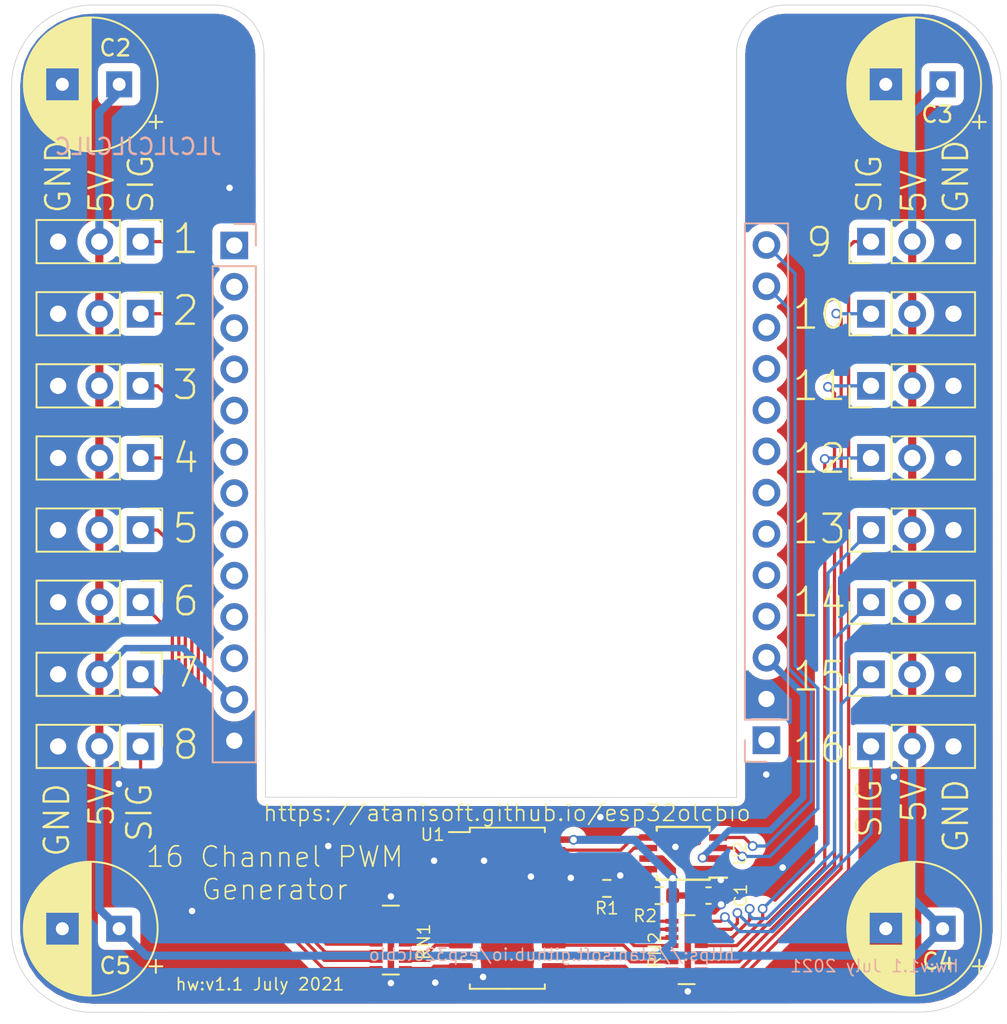
<source format=kicad_pcb>
(kicad_pcb (version 20171130) (host pcbnew 5.1.10)
  (title_block (title "ESP32OlcbIO BOD Extension Board") (date 2020-12-26) (rev 1.0))
  (layers (0 F.Cu signal) (31 B.Cu signal) (34 B.Paste user) (35 F.Paste user) (36 B.SilkS user) (37 F.SilkS user) (38 B.Mask user) (39 F.Mask user) (44 Edge.Cuts user))
  (net 0 "")
  (net 1 GND)
  (net 2 VCC)
  (net 3 +5V)
  (net 4 USER)
  (net 5 +3V3)
  (net 6 IO8)
  (net 7 IO7)
  (net 8 IO6)
  (net 9 IO5)
  (net 10 IO4)
  (net 11 IO3)
  (net 12 IO2)
  (net 13 IO1)
  (net 14 IO16)
  (net 15 IO15)
  (net 16 IO14)
  (net 17 IO13)
  (net 18 IO12)
  (net 19 IO11)
  (net 20 IO10)
  (net 21 IO9)
  (net 22 I2C_SDA)
  (net 23 I2C_SCL)
  (net 24 FACTORY_RESET)
  (net 25 RESET)
  (net 26 PWM-1)
  (net 27 PWM-5)
  (net 28 PWM-9)
  (net 29 PWM-13)
  (net 30 PWM-2)
  (net 31 PWM-6)
  (net 32 PWM-10)
  (net 33 PWM-14)
  (net 34 PWM-3)
  (net 35 PWM-7)
  (net 36 PWM-11)
  (net 37 PWM-15)
  (net 38 PWM-4)
  (net 39 PWM-8)
  (net 40 PWM-12)
  (net 41 PWM-16)
  (net 42 "Net-(R1-Pad1)")
  (net 43 "Net-(R2-Pad2)")
  (net 44 "Net-(RN2-Pad2)")
  (net 45 "Net-(RN2-Pad1)")
  (net 46 "Net-(RN2-Pad8)")
  (net 47 "Net-(RN2-Pad7)")
  (net 48 "Net-(RN2-Pad6)")
  (net 49 "Net-(RN2-Pad3)")
  (net 50 "Net-(RN2-Pad5)")
  (net 51 "Net-(RN2-Pad4)")
  (net 52 5V_I2C_SDA)
  (net 53 5V_I2C_SCL)
  (net 54 "Net-(RN1-Pad10)")
  (net 55 "Net-(RN1-Pad9)")
  (net 56 "Net-(RN1-Pad16)")
  (net 57 "Net-(RN1-Pad15)")
  (net 58 "Net-(RN1-Pad14)")
  (net 59 "Net-(RN1-Pad11)")
  (net 60 "Net-(RN1-Pad12)")
  (net 61 "Net-(RN1-Pad13)")
  (module Capacitor_THT:CP_Radial_D8.0mm_P3.50mm (layer F.Cu) (at 113.31 105.11 180)
    (fp_text reference C5 (at 0.24 -2.28) (layer F.SilkS))
    (fp_text value DNP)
    (pad 2 thru_hole circle (at 3.5 0 180) (size 1.6 1.6) (drill 0.8) (layers *.Cu *.Mask) (net 1 GND))
    (pad 1 thru_hole rect (at 0 0 180) (size 1.6 1.6) (drill 0.8) (layers *.Cu *.Mask) (net 3 +5V))
  )
  (module Capacitor_THT:CP_Radial_D8.0mm_P3.50mm (layer F.Cu) (at 113.31 53.14 180)
    (fp_text reference C2 (at 0.24 2.24) (layer F.SilkS))
    (fp_text value DNP)
    (pad 2 thru_hole circle (at 3.5 0 180) (size 1.6 1.6) (drill 0.8) (layers *.Cu *.Mask) (net 1 GND))
    (pad 1 thru_hole rect (at 0 0 180) (size 1.6 1.6) (drill 0.8) (layers *.Cu *.Mask) (net 3 +5V))
  )
  (module Capacitor_THT:CP_Radial_D8.0mm_P3.50mm (layer F.Cu) (at 164.03 105.11 180)
    (fp_text reference C4 (at 0.28 -2.01) (layer F.SilkS))
    (fp_text value DNP)
    (pad 2 thru_hole circle (at 3.5 0 180) (size 1.6 1.6) (drill 0.8) (layers *.Cu *.Mask) (net 1 GND))
    (pad 1 thru_hole rect (at 0 0 180) (size 1.6 1.6) (drill 0.8) (layers *.Cu *.Mask) (net 3 +5V))
  )
  (module Capacitor_THT:CP_Radial_D8.0mm_P3.50mm (layer F.Cu) (at 164.03 53.14 180)
    (fp_text reference C3 (at 0.33 -1.85) (layer F.SilkS))
    (fp_text value DNP)
    (pad 2 thru_hole circle (at 3.5 0 180) (size 1.6 1.6) (drill 0.8) (layers *.Cu *.Mask) (net 1 GND))
    (pad 1 thru_hole rect (at 0 0 180) (size 1.6 1.6) (drill 0.8) (layers *.Cu *.Mask) (net 3 +5V))
  )
  (module Resistor_SMD:R_Array_Convex_8x0602 (layer F.Cu) (at 148.26 106.4)
    (fp_text reference RN2 (at -1.956 0.026 90) (layer F.SilkS) (effects (font (size 0.75 0.75) (thickness 0.1))))
    (fp_text value 220R)
    (pad 10 smd rect (at 0.9 1.25) (size 0.8 0.3) (layers F.Cu F.Paste F.Mask) (net 32 PWM-10))
    (pad 12 smd rect (at 0.9 0.25) (size 0.8 0.3) (layers F.Cu F.Paste F.Mask) (net 40 PWM-12))
    (pad 11 smd rect (at 0.9 0.75) (size 0.8 0.3) (layers F.Cu F.Paste F.Mask) (net 36 PWM-11))
    (pad 13 smd rect (at 0.9 -0.25) (size 0.8 0.3) (layers F.Cu F.Paste F.Mask) (net 29 PWM-13))
    (pad 14 smd rect (at 0.9 -0.75) (size 0.8 0.3) (layers F.Cu F.Paste F.Mask) (net 33 PWM-14))
    (pad 15 smd rect (at 0.9 -1.25) (size 0.8 0.3) (layers F.Cu F.Paste F.Mask) (net 37 PWM-15))
    (pad 7 smd rect (at -0.9 1.25) (size 0.8 0.3) (layers F.Cu F.Paste F.Mask) (net 47 "Net-(RN2-Pad7)"))
    (pad 6 smd rect (at -0.9 0.75) (size 0.8 0.3) (layers F.Cu F.Paste F.Mask) (net 48 "Net-(RN2-Pad6)"))
    (pad 5 smd rect (at -0.9 0.25) (size 0.8 0.3) (layers F.Cu F.Paste F.Mask) (net 50 "Net-(RN2-Pad5)"))
    (pad 4 smd rect (at -0.9 -0.25) (size 0.8 0.3) (layers F.Cu F.Paste F.Mask) (net 51 "Net-(RN2-Pad4)"))
    (pad 3 smd rect (at -0.9 -0.75) (size 0.8 0.3) (layers F.Cu F.Paste F.Mask) (net 49 "Net-(RN2-Pad3)"))
    (pad 2 smd rect (at -0.9 -1.25) (size 0.8 0.3) (layers F.Cu F.Paste F.Mask) (net 44 "Net-(RN2-Pad2)"))
    (pad 9 smd rect (at 0.9 1.75) (size 0.8 0.3) (layers F.Cu F.Paste F.Mask) (net 28 PWM-9))
    (pad 8 smd rect (at -0.9 1.75) (size 0.8 0.3) (layers F.Cu F.Paste F.Mask) (net 46 "Net-(RN2-Pad8)"))
    (pad 16 smd rect (at 0.9 -1.75) (size 0.8 0.3) (layers F.Cu F.Paste F.Mask) (net 41 PWM-16))
    (pad 1 smd rect (at -0.9 -1.75) (size 0.8 0.3) (layers F.Cu F.Paste F.Mask) (net 45 "Net-(RN2-Pad1)"))
  )
  (module Resistor_SMD:R_Array_Convex_8x0602 (layer F.Cu) (at 130.04 105.81)
    (fp_text reference RN1 (at 2.04 0.108 90) (layer F.SilkS) (effects (font (size 0.75 0.75) (thickness 0.1))))
    (fp_text value 220R)
    (pad 10 smd rect (at 0.9 1.25) (size 0.8 0.3) (layers F.Cu F.Paste F.Mask) (net 54 "Net-(RN1-Pad10)"))
    (pad 12 smd rect (at 0.9 0.25) (size 0.8 0.3) (layers F.Cu F.Paste F.Mask) (net 60 "Net-(RN1-Pad12)"))
    (pad 11 smd rect (at 0.9 0.75) (size 0.8 0.3) (layers F.Cu F.Paste F.Mask) (net 59 "Net-(RN1-Pad11)"))
    (pad 13 smd rect (at 0.9 -0.25) (size 0.8 0.3) (layers F.Cu F.Paste F.Mask) (net 61 "Net-(RN1-Pad13)"))
    (pad 14 smd rect (at 0.9 -0.75) (size 0.8 0.3) (layers F.Cu F.Paste F.Mask) (net 58 "Net-(RN1-Pad14)"))
    (pad 15 smd rect (at 0.9 -1.25) (size 0.8 0.3) (layers F.Cu F.Paste F.Mask) (net 57 "Net-(RN1-Pad15)"))
    (pad 7 smd rect (at -0.9 1.25) (size 0.8 0.3) (layers F.Cu F.Paste F.Mask) (net 35 PWM-7))
    (pad 6 smd rect (at -0.9 0.75) (size 0.8 0.3) (layers F.Cu F.Paste F.Mask) (net 31 PWM-6))
    (pad 5 smd rect (at -0.9 0.25) (size 0.8 0.3) (layers F.Cu F.Paste F.Mask) (net 27 PWM-5))
    (pad 4 smd rect (at -0.9 -0.25) (size 0.8 0.3) (layers F.Cu F.Paste F.Mask) (net 38 PWM-4))
    (pad 3 smd rect (at -0.9 -0.75) (size 0.8 0.3) (layers F.Cu F.Paste F.Mask) (net 34 PWM-3))
    (pad 2 smd rect (at -0.9 -1.25) (size 0.8 0.3) (layers F.Cu F.Paste F.Mask) (net 30 PWM-2))
    (pad 9 smd rect (at 0.9 1.75) (size 0.8 0.3) (layers F.Cu F.Paste F.Mask) (net 55 "Net-(RN1-Pad9)"))
    (pad 8 smd rect (at -0.9 1.75) (size 0.8 0.3) (layers F.Cu F.Paste F.Mask) (net 39 PWM-8))
    (pad 16 smd rect (at 0.9 -1.75) (size 0.8 0.3) (layers F.Cu F.Paste F.Mask) (net 56 "Net-(RN1-Pad16)"))
    (pad 1 smd rect (at -0.9 -1.75) (size 0.8 0.3) (layers F.Cu F.Paste F.Mask) (net 26 PWM-1))
  )
  (module Package_SO:TSSOP-8_3x3mm_P0.65mm (layer F.Cu) (at 148.05 100.47 180)
    (fp_text reference U2 (at -3.52 0 270) (layer F.SilkS) (effects (font (size 0.75 0.75) (thickness 0.1))))
    (fp_text value PCA9306)
    (pad 8 smd rect (at 2.15 -0.975 180) (size 1.1 0.4) (layers F.Cu F.Paste F.Mask) (net 43 "Net-(R2-Pad2)"))
    (pad 7 smd rect (at 2.15 -0.325 180) (size 1.1 0.4) (layers F.Cu F.Paste F.Mask) (net 3 +5V))
    (pad 6 smd rect (at 2.15 0.325 180) (size 1.1 0.4) (layers F.Cu F.Paste F.Mask) (net 53 5V_I2C_SCL))
    (pad 5 smd rect (at 2.15 0.975 180) (size 1.1 0.4) (layers F.Cu F.Paste F.Mask) (net 52 5V_I2C_SDA))
    (pad 4 smd rect (at -2.15 0.975 180) (size 1.1 0.4) (layers F.Cu F.Paste F.Mask) (net 22 I2C_SDA))
    (pad 3 smd rect (at -2.15 0.325 180) (size 1.1 0.4) (layers F.Cu F.Paste F.Mask) (net 23 I2C_SCL))
    (pad 2 smd rect (at -2.15 -0.325 180) (size 1.1 0.4) (layers F.Cu F.Paste F.Mask) (net 5 +3V3))
    (pad 1 smd rect (at -2.15 -0.975 180) (size 1.1 0.4) (layers F.Cu F.Paste F.Mask) (net 1 GND))
  )
  (module Package_SO:TSSOP-28_4.4x9.7mm_P0.65mm (layer F.Cu) (at 137.22 103.85)
    (fp_text reference U1 (at -4.6 -4.53) (layer F.SilkS) (effects (font (size 0.75 0.75) (thickness 0.1))))
    (fp_text value PCA9685PW)
    (pad 28 smd roundrect (at 2.8625 -4.225) (size 1.475 0.4) (layers F.Cu F.Paste F.Mask) (net 3 +5V))
    (pad 27 smd roundrect (at 2.8625 -3.575) (size 1.475 0.4) (layers F.Cu F.Paste F.Mask) (net 52 5V_I2C_SDA))
    (pad 26 smd roundrect (at 2.8625 -2.925) (size 1.475 0.4) (layers F.Cu F.Paste F.Mask) (net 53 5V_I2C_SCL))
    (pad 25 smd roundrect (at 2.8625 -2.275) (size 1.475 0.4) (layers F.Cu F.Paste F.Mask) (net 1 GND))
    (pad 24 smd roundrect (at 2.8625 -1.625) (size 1.475 0.4) (layers F.Cu F.Paste F.Mask) (net 1 GND))
    (pad 23 smd roundrect (at 2.8625 -0.975) (size 1.475 0.4) (layers F.Cu F.Paste F.Mask) (net 42 "Net-(R1-Pad1)"))
    (pad 22 smd roundrect (at 2.8625 -0.325) (size 1.475 0.4) (layers F.Cu F.Paste F.Mask) (net 45 "Net-(RN2-Pad1)"))
    (pad 21 smd roundrect (at 2.8625 0.325) (size 1.475 0.4) (layers F.Cu F.Paste F.Mask) (net 44 "Net-(RN2-Pad2)"))
    (pad 20 smd roundrect (at 2.8625 0.975) (size 1.475 0.4) (layers F.Cu F.Paste F.Mask) (net 49 "Net-(RN2-Pad3)"))
    (pad 19 smd roundrect (at 2.8625 1.625) (size 1.475 0.4) (layers F.Cu F.Paste F.Mask) (net 51 "Net-(RN2-Pad4)"))
    (pad 18 smd roundrect (at 2.8625 2.275) (size 1.475 0.4) (layers F.Cu F.Paste F.Mask) (net 50 "Net-(RN2-Pad5)"))
    (pad 17 smd roundrect (at 2.8625 2.925) (size 1.475 0.4) (layers F.Cu F.Paste F.Mask) (net 48 "Net-(RN2-Pad6)"))
    (pad 16 smd roundrect (at 2.8625 3.575) (size 1.475 0.4) (layers F.Cu F.Paste F.Mask) (net 47 "Net-(RN2-Pad7)"))
    (pad 15 smd roundrect (at 2.8625 4.225) (size 1.475 0.4) (layers F.Cu F.Paste F.Mask) (net 46 "Net-(RN2-Pad8)"))
    (pad 14 smd roundrect (at -2.8625 4.225) (size 1.475 0.4) (layers F.Cu F.Paste F.Mask) (net 1 GND))
    (pad 13 smd roundrect (at -2.8625 3.575) (size 1.475 0.4) (layers F.Cu F.Paste F.Mask) (net 55 "Net-(RN1-Pad9)"))
    (pad 12 smd roundrect (at -2.8625 2.925) (size 1.475 0.4) (layers F.Cu F.Paste F.Mask) (net 54 "Net-(RN1-Pad10)"))
    (pad 11 smd roundrect (at -2.8625 2.275) (size 1.475 0.4) (layers F.Cu F.Paste F.Mask) (net 59 "Net-(RN1-Pad11)"))
    (pad 10 smd roundrect (at -2.8625 1.625) (size 1.475 0.4) (layers F.Cu F.Paste F.Mask) (net 60 "Net-(RN1-Pad12)"))
    (pad 9 smd roundrect (at -2.8625 0.975) (size 1.475 0.4) (layers F.Cu F.Paste F.Mask) (net 61 "Net-(RN1-Pad13)"))
    (pad 8 smd roundrect (at -2.8625 0.325) (size 1.475 0.4) (layers F.Cu F.Paste F.Mask) (net 58 "Net-(RN1-Pad14)"))
    (pad 7 smd roundrect (at -2.8625 -0.325) (size 1.475 0.4) (layers F.Cu F.Paste F.Mask) (net 57 "Net-(RN1-Pad15)"))
    (pad 6 smd roundrect (at -2.8625 -0.975) (size 1.475 0.4) (layers F.Cu F.Paste F.Mask) (net 56 "Net-(RN1-Pad16)"))
    (pad 5 smd roundrect (at -2.8625 -1.625) (size 1.475 0.4) (layers F.Cu F.Paste F.Mask) (net 1 GND))
    (pad 4 smd roundrect (at -2.8625 -2.275) (size 1.475 0.4) (layers F.Cu F.Paste F.Mask) (net 1 GND))
    (pad 3 smd roundrect (at -2.8625 -2.925) (size 1.475 0.4) (layers F.Cu F.Paste F.Mask) (net 1 GND))
    (pad 2 smd roundrect (at -2.8625 -3.575) (size 1.475 0.4) (layers F.Cu F.Paste F.Mask) (net 1 GND))
    (pad 1 smd roundrect (at -2.8625 -4.225) (size 1.475 0.4) (layers F.Cu F.Paste F.Mask) (net 1 GND))
  )
  (module Resistor_SMD:R_0603_1608Metric (layer F.Cu) (at 146.58 103.07 180)
    (fp_text reference R2 (at 0.87 -1.25) (layer F.SilkS) (effects (font (size 0.75 0.75) (thickness 0.1))))
    (fp_text value 200K)
    (pad 2 smd roundrect (at 0.825 0 180) (size 0.8 0.95) (layers F.Cu F.Paste F.Mask) (net 43 "Net-(R2-Pad2)"))
    (pad 1 smd roundrect (at -0.825 0 180) (size 0.8 0.95) (layers F.Cu F.Paste F.Mask) (net 3 +5V))
  )
  (module Resistor_SMD:R_0603_1608Metric (layer F.Cu) (at 143.35 102.63)
    (fp_text reference R1 (at 0 1.22 180) (layer F.SilkS) (effects (font (size 0.75 0.75) (thickness 0.1))))
    (fp_text value 10K)
    (pad 2 smd roundrect (at 0.825 0) (size 0.8 0.95) (layers F.Cu F.Paste F.Mask) (net 1 GND))
    (pad 1 smd roundrect (at -0.825 0) (size 0.8 0.95) (layers F.Cu F.Paste F.Mask) (net 42 "Net-(R1-Pad1)"))
  )
  (module Connector_PinHeader_2.54mm:PinHeader_1x03_P2.54mm_Vertical (layer F.Cu) (at 159.62 93.89 90)
    (fp_text reference J16 hide)
    (fp_text value PWM)
    (pad 3 thru_hole oval (at 0 5.08 90) (size 1.7 1.7) (drill 1) (layers *.Cu *.Mask) (net 1 GND))
    (pad 2 thru_hole oval (at 0 2.54 90) (size 1.7 1.7) (drill 1) (layers *.Cu *.Mask) (net 3 +5V))
    (pad 1 thru_hole rect (at 0 0 90) (size 1.7 1.7) (drill 1) (layers *.Cu *.Mask) (net 41 PWM-16))
  )
  (module Connector_PinHeader_2.54mm:PinHeader_1x03_P2.54mm_Vertical (layer F.Cu) (at 159.62 76.135713 90)
    (fp_text reference J15 hide)
    (fp_text value PWM)
    (pad 3 thru_hole oval (at 0 5.08 90) (size 1.7 1.7) (drill 1) (layers *.Cu *.Mask) (net 1 GND))
    (pad 2 thru_hole oval (at 0 2.54 90) (size 1.7 1.7) (drill 1) (layers *.Cu *.Mask) (net 3 +5V))
    (pad 1 thru_hole rect (at 0 0 90) (size 1.7 1.7) (drill 1) (layers *.Cu *.Mask) (net 40 PWM-12))
  )
  (module Connector_PinHeader_2.54mm:PinHeader_1x03_P2.54mm_Vertical (layer F.Cu) (at 114.63 93.89 270)
    (fp_text reference J14 hide)
    (fp_text value PWM)
    (pad 3 thru_hole oval (at 0 5.08 270) (size 1.7 1.7) (drill 1) (layers *.Cu *.Mask) (net 1 GND))
    (pad 2 thru_hole oval (at 0 2.54 270) (size 1.7 1.7) (drill 1) (layers *.Cu *.Mask) (net 3 +5V))
    (pad 1 thru_hole rect (at 0 0 270) (size 1.7 1.7) (drill 1) (layers *.Cu *.Mask) (net 39 PWM-8))
  )
  (module Connector_PinHeader_2.54mm:PinHeader_1x03_P2.54mm_Vertical (layer F.Cu) (at 114.63 76.135713 270)
    (fp_text reference J13 hide)
    (fp_text value PWM)
    (pad 3 thru_hole oval (at 0 5.08 270) (size 1.7 1.7) (drill 1) (layers *.Cu *.Mask) (net 1 GND))
    (pad 2 thru_hole oval (at 0 2.54 270) (size 1.7 1.7) (drill 1) (layers *.Cu *.Mask) (net 3 +5V))
    (pad 1 thru_hole rect (at 0 0 270) (size 1.7 1.7) (drill 1) (layers *.Cu *.Mask) (net 38 PWM-4))
  )
  (module Connector_PinHeader_2.54mm:PinHeader_1x03_P2.54mm_Vertical (layer F.Cu) (at 159.62 89.451426 90)
    (fp_text reference J12 hide)
    (fp_text value PWM)
    (pad 3 thru_hole oval (at 0 5.08 90) (size 1.7 1.7) (drill 1) (layers *.Cu *.Mask) (net 1 GND))
    (pad 2 thru_hole oval (at 0 2.54 90) (size 1.7 1.7) (drill 1) (layers *.Cu *.Mask) (net 3 +5V))
    (pad 1 thru_hole rect (at 0 0 90) (size 1.7 1.7) (drill 1) (layers *.Cu *.Mask) (net 37 PWM-15))
  )
  (module Connector_PinHeader_2.54mm:PinHeader_1x03_P2.54mm_Vertical (layer F.Cu) (at 159.62 71.697142 90)
    (fp_text reference J11 hide)
    (fp_text value PWM)
    (pad 3 thru_hole oval (at 0 5.08 90) (size 1.7 1.7) (drill 1) (layers *.Cu *.Mask) (net 1 GND))
    (pad 2 thru_hole oval (at 0 2.54 90) (size 1.7 1.7) (drill 1) (layers *.Cu *.Mask) (net 3 +5V))
    (pad 1 thru_hole rect (at 0 0 90) (size 1.7 1.7) (drill 1) (layers *.Cu *.Mask) (net 36 PWM-11))
  )
  (module Connector_PinHeader_2.54mm:PinHeader_1x03_P2.54mm_Vertical (layer F.Cu) (at 114.63 89.451426 270)
    (fp_text reference J10 hide)
    (fp_text value PWM)
    (pad 3 thru_hole oval (at 0 5.08 270) (size 1.7 1.7) (drill 1) (layers *.Cu *.Mask) (net 1 GND))
    (pad 2 thru_hole oval (at 0 2.54 270) (size 1.7 1.7) (drill 1) (layers *.Cu *.Mask) (net 3 +5V))
    (pad 1 thru_hole rect (at 0 0 270) (size 1.7 1.7) (drill 1) (layers *.Cu *.Mask) (net 35 PWM-7))
  )
  (module Connector_PinHeader_2.54mm:PinHeader_1x03_P2.54mm_Vertical (layer F.Cu) (at 114.63 71.697142 270)
    (fp_text reference J9 hide)
    (fp_text value PWM)
    (pad 3 thru_hole oval (at 0 5.08 270) (size 1.7 1.7) (drill 1) (layers *.Cu *.Mask) (net 1 GND))
    (pad 2 thru_hole oval (at 0 2.54 270) (size 1.7 1.7) (drill 1) (layers *.Cu *.Mask) (net 3 +5V))
    (pad 1 thru_hole rect (at 0 0 270) (size 1.7 1.7) (drill 1) (layers *.Cu *.Mask) (net 34 PWM-3))
  )
  (module Connector_PinHeader_2.54mm:PinHeader_1x03_P2.54mm_Vertical (layer F.Cu) (at 159.62 85.012855 90)
    (fp_text reference J8 hide)
    (fp_text value PWM)
    (pad 3 thru_hole oval (at 0 5.08 90) (size 1.7 1.7) (drill 1) (layers *.Cu *.Mask) (net 1 GND))
    (pad 2 thru_hole oval (at 0 2.54 90) (size 1.7 1.7) (drill 1) (layers *.Cu *.Mask) (net 3 +5V))
    (pad 1 thru_hole rect (at 0 0 90) (size 1.7 1.7) (drill 1) (layers *.Cu *.Mask) (net 33 PWM-14))
  )
  (module Connector_PinHeader_2.54mm:PinHeader_1x03_P2.54mm_Vertical (layer F.Cu) (at 159.62 67.258571 90)
    (fp_text reference J7 hide)
    (fp_text value PWM)
    (pad 3 thru_hole oval (at 0 5.08 90) (size 1.7 1.7) (drill 1) (layers *.Cu *.Mask) (net 1 GND))
    (pad 2 thru_hole oval (at 0 2.54 90) (size 1.7 1.7) (drill 1) (layers *.Cu *.Mask) (net 3 +5V))
    (pad 1 thru_hole rect (at 0 0 90) (size 1.7 1.7) (drill 1) (layers *.Cu *.Mask) (net 32 PWM-10))
  )
  (module Connector_PinHeader_2.54mm:PinHeader_1x03_P2.54mm_Vertical (layer F.Cu) (at 114.63 85.012855 270)
    (fp_text reference J6 hide)
    (fp_text value PWM)
    (pad 3 thru_hole oval (at 0 5.08 270) (size 1.7 1.7) (drill 1) (layers *.Cu *.Mask) (net 1 GND))
    (pad 2 thru_hole oval (at 0 2.54 270) (size 1.7 1.7) (drill 1) (layers *.Cu *.Mask) (net 3 +5V))
    (pad 1 thru_hole rect (at 0 0 270) (size 1.7 1.7) (drill 1) (layers *.Cu *.Mask) (net 31 PWM-6))
  )
  (module Connector_PinHeader_2.54mm:PinHeader_1x03_P2.54mm_Vertical (layer F.Cu) (at 114.63 67.258571 270)
    (fp_text reference J5 hide)
    (fp_text value PWM)
    (pad 3 thru_hole oval (at 0 5.08 270) (size 1.7 1.7) (drill 1) (layers *.Cu *.Mask) (net 1 GND))
    (pad 2 thru_hole oval (at 0 2.54 270) (size 1.7 1.7) (drill 1) (layers *.Cu *.Mask) (net 3 +5V))
    (pad 1 thru_hole rect (at 0 0 270) (size 1.7 1.7) (drill 1) (layers *.Cu *.Mask) (net 30 PWM-2))
  )
  (module Connector_PinHeader_2.54mm:PinHeader_1x03_P2.54mm_Vertical (layer F.Cu) (at 159.62 80.574284 90)
    (fp_text reference J4 hide)
    (fp_text value PWM)
    (pad 3 thru_hole oval (at 0 5.08 90) (size 1.7 1.7) (drill 1) (layers *.Cu *.Mask) (net 1 GND))
    (pad 2 thru_hole oval (at 0 2.54 90) (size 1.7 1.7) (drill 1) (layers *.Cu *.Mask) (net 3 +5V))
    (pad 1 thru_hole rect (at 0 0 90) (size 1.7 1.7) (drill 1) (layers *.Cu *.Mask) (net 29 PWM-13))
  )
  (module Connector_PinHeader_2.54mm:PinHeader_1x03_P2.54mm_Vertical (layer F.Cu) (at 159.62 62.82 90)
    (fp_text reference J3 hide)
    (fp_text value PWM)
    (pad 3 thru_hole oval (at 0 5.08 90) (size 1.7 1.7) (drill 1) (layers *.Cu *.Mask) (net 1 GND))
    (pad 2 thru_hole oval (at 0 2.54 90) (size 1.7 1.7) (drill 1) (layers *.Cu *.Mask) (net 3 +5V))
    (pad 1 thru_hole rect (at 0 0 90) (size 1.7 1.7) (drill 1) (layers *.Cu *.Mask) (net 28 PWM-9))
  )
  (module Connector_PinHeader_2.54mm:PinHeader_1x03_P2.54mm_Vertical (layer F.Cu) (at 114.63 80.574284 270)
    (fp_text reference J2 hide)
    (fp_text value PWM)
    (pad 3 thru_hole oval (at 0 5.08 270) (size 1.7 1.7) (drill 1) (layers *.Cu *.Mask) (net 1 GND))
    (pad 2 thru_hole oval (at 0 2.54 270) (size 1.7 1.7) (drill 1) (layers *.Cu *.Mask) (net 3 +5V))
    (pad 1 thru_hole rect (at 0 0 270) (size 1.7 1.7) (drill 1) (layers *.Cu *.Mask) (net 27 PWM-5))
  )
  (module Connector_PinHeader_2.54mm:PinHeader_1x03_P2.54mm_Vertical (layer F.Cu) (at 114.63 62.82 270)
    (fp_text reference J1 hide)
    (fp_text value PWM)
    (pad 3 thru_hole oval (at 0 5.08 270) (size 1.7 1.7) (drill 1) (layers *.Cu *.Mask) (net 1 GND))
    (pad 2 thru_hole oval (at 0 2.54 270) (size 1.7 1.7) (drill 1) (layers *.Cu *.Mask) (net 3 +5V))
    (pad 1 thru_hole rect (at 0 0 270) (size 1.7 1.7) (drill 1) (layers *.Cu *.Mask) (net 26 PWM-1))
  )
  (module Capacitor_SMD:C_0603_1608Metric (layer F.Cu) (at 149.61 103.07)
    (fp_text reference C1 (at 1.99 0 270) (layer F.SilkS) (effects (font (size 0.75 0.75) (thickness 0.1))))
    (fp_text value 10uF)
    (pad 2 smd roundrect (at 0.775 0) (size 0.9 0.95) (layers F.Cu F.Paste F.Mask) (net 1 GND))
    (pad 1 smd roundrect (at -0.775 0) (size 0.9 0.95) (layers F.Cu F.Paste F.Mask) (net 3 +5V))
  )
  (module Connector_PinHeader_2.54mm:PinHeader_1x13_P2.54mm_Vertical (layer B.Cu) (at 153.18 93.51)
    (fp_text reference J18 hide)
    (fp_text value RIGHT-EXT)
    (pad 13 thru_hole oval (at 0 -30.48) (size 1.7 1.7) (drill 1) (layers *.Cu *.Mask) (net 23 I2C_SCL))
    (pad 12 thru_hole oval (at 0 -27.94) (size 1.7 1.7) (drill 1) (layers *.Cu *.Mask) (net 22 I2C_SDA))
    (pad 11 thru_hole oval (at 0 -25.4) (size 1.7 1.7) (drill 1) (layers *.Cu *.Mask) (net 13 IO1))
    (pad 10 thru_hole oval (at 0 -22.86) (size 1.7 1.7) (drill 1) (layers *.Cu *.Mask) (net 12 IO2))
    (pad 9 thru_hole oval (at 0 -20.32) (size 1.7 1.7) (drill 1) (layers *.Cu *.Mask) (net 11 IO3))
    (pad 8 thru_hole oval (at 0 -17.78) (size 1.7 1.7) (drill 1) (layers *.Cu *.Mask) (net 10 IO4))
    (pad 7 thru_hole oval (at 0 -15.24) (size 1.7 1.7) (drill 1) (layers *.Cu *.Mask) (net 9 IO5))
    (pad 6 thru_hole oval (at 0 -12.7) (size 1.7 1.7) (drill 1) (layers *.Cu *.Mask) (net 8 IO6))
    (pad 5 thru_hole oval (at 0 -10.16) (size 1.7 1.7) (drill 1) (layers *.Cu *.Mask) (net 7 IO7))
    (pad 4 thru_hole oval (at 0 -7.62) (size 1.7 1.7) (drill 1) (layers *.Cu *.Mask) (net 6 IO8))
    (pad 3 thru_hole oval (at 0 -5.08) (size 1.7 1.7) (drill 1) (layers *.Cu *.Mask) (net 5 +3V3))
    (pad 2 thru_hole oval (at 0 -2.54) (size 1.7 1.7) (drill 1) (layers *.Cu *.Mask) (net 1 GND))
    (pad 1 thru_hole rect (at 0 0) (size 1.7 1.7) (drill 1) (layers *.Cu *.Mask) (net 2 VCC))
  )
  (module Connector_PinHeader_2.54mm:PinHeader_1x13_P2.54mm_Vertical (layer B.Cu) (at 120.4 63.06 180)
    (fp_text reference J17 hide)
    (fp_text value LEFT-EXT)
    (pad 13 thru_hole oval (at 0 -30.48 180) (size 1.7 1.7) (drill 1) (layers *.Cu *.Mask) (net 1 GND))
    (pad 12 thru_hole oval (at 0 -27.94 180) (size 1.7 1.7) (drill 1) (layers *.Cu *.Mask) (net 3 +5V))
    (pad 11 thru_hole oval (at 0 -25.4 180) (size 1.7 1.7) (drill 1) (layers *.Cu *.Mask) (net 25 RESET))
    (pad 10 thru_hole oval (at 0 -22.86 180) (size 1.7 1.7) (drill 1) (layers *.Cu *.Mask) (net 4 USER))
    (pad 9 thru_hole oval (at 0 -20.32 180) (size 1.7 1.7) (drill 1) (layers *.Cu *.Mask) (net 24 FACTORY_RESET))
    (pad 8 thru_hole oval (at 0 -17.78 180) (size 1.7 1.7) (drill 1) (layers *.Cu *.Mask) (net 14 IO16))
    (pad 7 thru_hole oval (at 0 -15.24 180) (size 1.7 1.7) (drill 1) (layers *.Cu *.Mask) (net 15 IO15))
    (pad 6 thru_hole oval (at 0 -12.7 180) (size 1.7 1.7) (drill 1) (layers *.Cu *.Mask) (net 16 IO14))
    (pad 5 thru_hole oval (at 0 -10.16 180) (size 1.7 1.7) (drill 1) (layers *.Cu *.Mask) (net 17 IO13))
    (pad 4 thru_hole oval (at 0 -7.62 180) (size 1.7 1.7) (drill 1) (layers *.Cu *.Mask) (net 18 IO12))
    (pad 3 thru_hole oval (at 0 -5.08 180) (size 1.7 1.7) (drill 1) (layers *.Cu *.Mask) (net 19 IO11))
    (pad 2 thru_hole oval (at 0 -2.54 180) (size 1.7 1.7) (drill 1) (layers *.Cu *.Mask) (net 20 IO10))
    (pad 1 thru_hole rect (at 0 0 180) (size 1.7 1.7) (drill 1) (layers *.Cu *.Mask) (net 21 IO9))
  )
  (gr_text https://atanisoft.github.io/esp32olcbio (at 122.11 97.99) (layer F.SilkS) (effects (font (size 1 1) (thickness 0.1)) (justify left)))
  (gr_line (start 122.32 97.02) (end 151.34 97.03) (layer Edge.Cuts) (width 0.05))
  (gr_line (start 122.23 51.26) (end 122.32 97.02) (layer Edge.Cuts) (width 0.05))
  (gr_line (start 151.34 51.26) (end 151.34 97.03) (layer Edge.Cuts) (width 0.05))
  (gr_text 5V (at 112.23 96.034 90) (layer F.SilkS) (effects (font (size 1.5 1.5)) (justify right)))
  (gr_text GND (at 109.474 96.034 90) (layer F.SilkS) (effects (font (size 1.5 1.5)) (justify right)))
  (gr_text SIG (at 114.554 96.034 90) (layer F.SilkS) (effects (font (size 1.5 1.5)) (justify right)))
  (gr_text 5V (at 162.268 95.78 90) (layer F.SilkS) (effects (font (size 1.5 1.5)) (justify right)))
  (gr_text SIG (at 159.512 95.78 90) (layer F.SilkS) (effects (font (size 1.5 1.5)) (justify right)))
  (gr_text GND (at 164.846 95.78 90) (layer F.SilkS) (effects (font (size 1.5 1.5)) (justify right)))
  (gr_text SIG (at 159.512 61.198 90) (layer F.SilkS) (effects (font (size 1.5 1.5)) (justify left)))
  (gr_text 5V (at 162.268 61.198 90) (layer F.SilkS) (effects (font (size 1.5 1.5)) (justify left)))
  (gr_text GND (at 164.846 61.198 90) (layer F.SilkS) (effects (font (size 1.5 1.5)) (justify left)))
  (gr_text SIG (at 114.65 61.198 90) (layer F.SilkS) (effects (font (size 1.5 1.5)) (justify left)))
  (gr_text 5V (at 112.23 61.198 90) (layer F.SilkS) (effects (font (size 1.5 1.5)) (justify left)))
  (gr_text GND (at 109.56 61.198 90) (layer F.SilkS) (effects (font (size 1.5 1.5)) (justify left)))
  (gr_text 11 (at 156.44 71.7) (layer F.SilkS) (effects (font (size 1.75 1.75))))
  (gr_text 15 (at 156.44 89.58) (layer F.SilkS) (effects (font (size 1.75 1.75))))
  (gr_text 10 (at 156.44 67.31) (layer F.SilkS) (effects (font (size 1.75 1.75))))
  (gr_text 9 (at 156.44 62.87) (layer F.SilkS) (effects (font (size 1.75 1.75))))
  (gr_text 12 (at 156.44 76.18) (layer F.SilkS) (effects (font (size 1.75 1.75))))
  (gr_text 14 (at 156.44 85.01) (layer F.SilkS) (effects (font (size 1.75 1.75))))
  (gr_text 13 (at 156.44 80.51) (layer F.SilkS) (effects (font (size 1.75 1.75))))
  (gr_text 16 (at 156.44 94) (layer F.SilkS) (effects (font (size 1.75 1.75))))
  (gr_text 8 (at 117.41 93.78) (layer F.SilkS) (effects (font (size 1.75 1.75))))
  (gr_text 7 (at 117.41 89.34) (layer F.SilkS) (effects (font (size 1.75 1.75))))
  (gr_text 6 (at 117.41 84.95) (layer F.SilkS) (effects (font (size 1.75 1.75))))
  (gr_text 5 (at 117.41 80.47) (layer F.SilkS) (effects (font (size 1.75 1.75))))
  (gr_text 4 (at 117.41 76.14) (layer F.SilkS) (effects (font (size 1.75 1.75))))
  (gr_text 3 (at 117.41 71.64) (layer F.SilkS) (effects (font (size 1.75 1.75))))
  (gr_text 2 (at 117.41 67.07) (layer F.SilkS) (effects (font (size 1.75 1.75))))
  (gr_text 1 (at 117.41 62.65) (layer F.SilkS) (effects (font (size 1.75 1.75))))
  (gr_text "16 Channel PWM\nGenerator" (at 122.89 101.69) (layer F.SilkS) (effects (font (size 1.25 1.25) (thickness 0.1))))
  (gr_line (start 162.65 110.24) (end 111.691931 110.26) (layer Edge.Cuts) (width 0.05))
  (gr_line (start 162.64 48.26) (end 154.34 48.26) (layer Edge.Cuts) (width 0.05))
  (gr_line (start 111.68 48.26) (end 119.23 48.26) (layer Edge.Cuts) (width 0.05))
  (gr_arc (start 154.34 51.26) (end 154.34 48.26) (angle -90) (layer Edge.Cuts) (width 0.05))
  (gr_arc (start 119.23 51.26) (end 122.23 51.26) (angle -90) (layer Edge.Cuts) (width 0.05))
  (gr_text JLCJLCJLCJLC (at 114.48 56.97) (layer B.SilkS) (effects (font (size 1 1)) (justify mirror)))
  (gr_text "hw:v1.1 July 2021" (at 159.83 107.41) (layer B.SilkS) (effects (font (size 0.75 0.75) (thickness 0.1)) (justify mirror)))
  (gr_text "hw:v1.1 July 2021" (at 116.72 108.53) (layer F.SilkS) (effects (font (size 0.75 0.75) (thickness 0.1)) (justify left)))
  (gr_text https://atanisoft.github.io/esp32olcbio (at 151.29 106.71) (layer B.SilkS) (effects (font (size 0.75 0.75) (thickness 0.1)) (justify left mirror)))
  (gr_line (start 167.65 105.24) (end 167.639998 53.24004) (layer Edge.Cuts) (width 0.05))
  (gr_line (start 106.68 53.26) (end 106.68 105.270004) (layer Edge.Cuts) (width 0.05))
  (gr_arc (start 111.68 53.26) (end 111.68 48.26) (angle -90) (layer Edge.Cuts) (width 0.05))
  (gr_arc (start 162.65 105.24) (end 162.65 110.24) (angle -90) (layer Edge.Cuts) (width 0.05))
  (gr_arc (start 111.679999 105.260005) (end 106.68 105.270004) (angle -90.02215244) (layer Edge.Cuts) (width 0.05))
  (gr_arc (start 162.639999 53.260039) (end 167.639998 53.24004) (angle -89.7708181) (layer Edge.Cuts) (width 0.05))
  (segment (start 138.6725 101.9025) (end 138.6725 101.9025) (width 0.4) (layer F.Cu) (net 1))
  (via (at 138.6725 101.9025) (size 0.6) (drill 0.4) (layers F.Cu B.Cu) (net 1))
  (segment (start 134.3575 100.925) (end 135.785 100.925) (width 0.4) (layer F.Cu) (net 1))
  (segment (start 135.785 100.925) (end 135.785 100.925) (width 0.4) (layer F.Cu) (net 1))
  (via (at 135.785 100.925) (size 0.6) (drill 0.4) (layers F.Cu B.Cu) (net 1))
  (via (at 113.29 96.2) (size 0.6) (drill 0.4) (layers F.Cu B.Cu) (net 1))
  (via (at 126.19 100.02) (size 0.6) (drill 0.4) (layers F.Cu B.Cu) (net 1))
  (via (at 132.71 100.925) (size 0.6) (drill 0.4) (layers F.Cu B.Cu) (net 1))
  (segment (start 132.71 100.925) (end 134.3575 100.925) (width 0.4) (layer F.Cu) (net 1))
  (via (at 117.8 104.02) (size 0.6) (drill 0.4) (layers F.Cu B.Cu) (net 1))
  (segment (start 134.3575 108.075) (end 135.725 108.075) (width 0.4) (layer F.Cu) (net 1))
  (via (at 135.73 108.08) (size 0.6) (drill 0.4) (layers F.Cu B.Cu) (net 1))
  (segment (start 135.725 108.075) (end 135.73 108.08) (width 0.4) (layer F.Cu) (net 1))
  (via (at 120.11 59.51) (size 0.6) (drill 0.4) (layers F.Cu B.Cu) (net 1))
  (via (at 141.13 101.98) (size 0.6) (drill 0.4) (layers F.Cu B.Cu) (net 1))
  (segment (start 139 101.575) (end 138.6725 101.9025) (width 0.4) (layer F.Cu) (net 1))
  (segment (start 140.0825 101.575) (end 139 101.575) (width 0.4) (layer F.Cu) (net 1))
  (segment (start 138.995 102.225) (end 138.6725 101.9025) (width 0.4) (layer F.Cu) (net 1))
  (segment (start 140.0825 102.225) (end 138.995 102.225) (width 0.4) (layer F.Cu) (net 1))
  (segment (start 140.725 101.575) (end 141.13 101.98) (width 0.4) (layer F.Cu) (net 1))
  (segment (start 140.0825 101.575) (end 140.725 101.575) (width 0.4) (layer F.Cu) (net 1))
  (segment (start 140.885 102.225) (end 141.13 101.98) (width 0.4) (layer F.Cu) (net 1))
  (segment (start 140.0825 102.225) (end 140.885 102.225) (width 0.4) (layer F.Cu) (net 1))
  (segment (start 135.135 101.575) (end 135.785 100.925) (width 0.4) (layer F.Cu) (net 1))
  (segment (start 134.3575 101.575) (end 135.135 101.575) (width 0.4) (layer F.Cu) (net 1))
  (segment (start 134.3575 102.225) (end 135.725 102.225) (width 0.4) (layer F.Cu) (net 1))
  (segment (start 135.785 102.165) (end 135.785 100.925) (width 0.4) (layer F.Cu) (net 1))
  (segment (start 135.725 102.225) (end 135.785 102.165) (width 0.4) (layer F.Cu) (net 1))
  (segment (start 135.785 100.925) (end 135.785 99.705) (width 0.4) (layer F.Cu) (net 1))
  (segment (start 135.705 99.625) (end 134.3575 99.625) (width 0.4) (layer F.Cu) (net 1))
  (segment (start 135.785 99.705) (end 135.705 99.625) (width 0.4) (layer F.Cu) (net 1))
  (segment (start 135.135 100.275) (end 135.785 100.925) (width 0.4) (layer F.Cu) (net 1))
  (segment (start 134.3575 100.275) (end 135.135 100.275) (width 0.4) (layer F.Cu) (net 1))
  (segment (start 132.71 100.925) (end 132.71 100.51) (width 0.4) (layer F.Cu) (net 1))
  (segment (start 132.945 100.275) (end 134.3575 100.275) (width 0.4) (layer F.Cu) (net 1))
  (segment (start 132.71 100.51) (end 132.945 100.275) (width 0.4) (layer F.Cu) (net 1))
  (segment (start 132.71 100.51) (end 132.71 99.75) (width 0.4) (layer F.Cu) (net 1))
  (segment (start 132.835 99.625) (end 134.3575 99.625) (width 0.4) (layer F.Cu) (net 1))
  (segment (start 132.71 99.75) (end 132.835 99.625) (width 0.4) (layer F.Cu) (net 1))
  (segment (start 132.71 100.925) (end 132.71 101.55) (width 0.4) (layer F.Cu) (net 1))
  (segment (start 132.735 101.575) (end 134.3575 101.575) (width 0.4) (layer F.Cu) (net 1))
  (segment (start 132.71 101.55) (end 132.735 101.575) (width 0.4) (layer F.Cu) (net 1))
  (segment (start 134.3575 102.225) (end 132.855 102.225) (width 0.4) (layer F.Cu) (net 1))
  (segment (start 132.71 102.08) (end 132.71 101.55) (width 0.4) (layer F.Cu) (net 1))
  (segment (start 132.855 102.225) (end 132.71 102.08) (width 0.4) (layer F.Cu) (net 1))
  (segment (start 134.3575 108.075) (end 133.135 108.075) (width 0.4) (layer F.Cu) (net 1))
  (segment (start 133.135 108.075) (end 132.78 108.43) (width 0.4) (layer F.Cu) (net 1))
  (segment (start 132.78 108.43) (end 132.78 108.43) (width 0.4) (layer F.Cu) (net 1))
  (via (at 132.78 108.43) (size 0.6) (drill 0.4) (layers F.Cu B.Cu) (net 1))
  (segment (start 144.175 102.63) (end 144.175 101.835) (width 0.4) (layer F.Cu) (net 1))
  (segment (start 144.175 101.835) (end 144.175 101.835) (width 0.4) (layer F.Cu) (net 1))
  (via (at 144.175 101.835) (size 0.6) (drill 0.4) (layers F.Cu B.Cu) (net 1))
  (segment (start 141.574999 101.535001) (end 141.13 101.98) (width 0.4) (layer F.Cu) (net 1))
  (segment (start 143.875001 101.535001) (end 141.574999 101.535001) (width 0.4) (layer F.Cu) (net 1))
  (segment (start 144.175 101.835) (end 143.875001 101.535001) (width 0.4) (layer F.Cu) (net 1))
  (via (at 153.17 95.62) (size 0.6) (drill 0.4) (layers F.Cu B.Cu) (net 1))
  (via (at 142.95 98.24) (size 0.6) (drill 0.4) (layers F.Cu B.Cu) (net 1))
  (via (at 147.574 100.076) (size 0.6) (drill 0.4) (layers F.Cu B.Cu) (net 1))
  (segment (start 147.574 100.584) (end 147.574 100.076) (width 0.4) (layer F.Cu) (net 1))
  (segment (start 148.435 101.445) (end 147.574 100.584) (width 0.4) (layer F.Cu) (net 1))
  (segment (start 150.2 101.445) (end 148.435 101.445) (width 0.4) (layer F.Cu) (net 1))
  (via (at 150.368 102.108) (size 0.6) (drill 0.4) (layers F.Cu B.Cu) (net 1))
  (segment (start 150.368 101.613) (end 150.368 102.108) (width 0.4) (layer F.Cu) (net 1))
  (segment (start 150.2 101.445) (end 150.368 101.613) (width 0.4) (layer F.Cu) (net 1))
  (segment (start 150.385 103.07) (end 150.385 102.125) (width 0.4) (layer F.Cu) (net 1))
  (segment (start 150.385 102.125) (end 150.368 102.108) (width 0.4) (layer F.Cu) (net 1))
  (via (at 154.178 101.346) (size 0.6) (drill 0.4) (layers F.Cu B.Cu) (net 1))
  (via (at 161.036 95.758) (size 0.6) (drill 0.4) (layers F.Cu B.Cu) (net 1))
  (segment (start 150.385 103.615) (end 150.385 103.615) (width 0.4) (layer F.Cu) (net 1))
  (segment (start 150.385 103.07) (end 150.385 103.615) (width 0.4) (layer F.Cu) (net 1))
  (via (at 150.385 103.615) (size 0.6) (drill 0.4) (layers F.Cu B.Cu) (net 1))
  (via (at 130.048 103.124) (size 0.6) (drill 0.4) (layers F.Cu B.Cu) (net 1))
  (via (at 130.048 108.458) (size 0.6) (drill 0.4) (layers F.Cu B.Cu) (net 1))
  (segment (start 130.048 103.124) (end 130.048 108.458) (width 0.4) (layer F.Cu) (net 1))
  (via (at 148.336 108.966) (size 0.6) (drill 0.4) (layers F.Cu B.Cu) (net 1))
  (segment (start 148.336 104.203998) (end 148.336 108.966) (width 0.4) (layer F.Cu) (net 1))
  (segment (start 148.499998 104.04) (end 148.336 104.203998) (width 0.4) (layer F.Cu) (net 1))
  (segment (start 149.96 104.04) (end 148.499998 104.04) (width 0.4) (layer F.Cu) (net 1))
  (segment (start 150.385 103.615) (end 149.96 104.04) (width 0.4) (layer F.Cu) (net 1))
  (segment (start 112.09 93.89) (end 112.09 62.82) (width 0.5) (layer F.Cu) (net 3))
  (segment (start 162.16 76.165711) (end 162.16 62.82) (width 0.5) (layer F.Cu) (net 3))
  (segment (start 162.16 93.89) (end 162.16 76.165711) (width 0.5) (layer F.Cu) (net 3))
  (segment (start 120.4 91) (end 117.24 87.84) (width 0.4) (layer B.Cu) (net 3))
  (segment (start 113.701426 87.84) (end 112.09 89.451426) (width 0.4) (layer B.Cu) (net 3))
  (segment (start 117.24 87.84) (end 113.701426 87.84) (width 0.4) (layer B.Cu) (net 3))
  (segment (start 162.16 55.01) (end 164.03 53.14) (width 0.5) (layer B.Cu) (net 3))
  (segment (start 162.16 62.82) (end 162.16 55.01) (width 0.5) (layer B.Cu) (net 3))
  (segment (start 112.09 54.85) (end 113.8 53.14) (width 0.5) (layer B.Cu) (net 3))
  (segment (start 112.09 62.82) (end 112.09 54.85) (width 0.5) (layer B.Cu) (net 3))
  (segment (start 148.835 103.07) (end 147.405 103.07) (width 0.4) (layer F.Cu) (net 3))
  (segment (start 147.405 101.479998) (end 147.405 101.479998) (width 0.4) (layer F.Cu) (net 3))
  (segment (start 112.09 103.89) (end 113.31 105.11) (width 0.5) (layer B.Cu) (net 3))
  (segment (start 112.09 93.89) (end 112.09 103.89) (width 0.5) (layer B.Cu) (net 3))
  (segment (start 162.16 103.24) (end 164.03 105.11) (width 0.5) (layer B.Cu) (net 3))
  (segment (start 162.16 93.89) (end 162.16 103.24) (width 0.5) (layer B.Cu) (net 3))
  (segment (start 162.37 106.77) (end 164.03 105.11) (width 0.5) (layer B.Cu) (net 3))
  (segment (start 113.31 105.11) (end 114.97 106.77) (width 0.5) (layer B.Cu) (net 3))
  (segment (start 147.405 102.005) (end 147.405 103.07) (width 0.4) (layer F.Cu) (net 3))
  (via (at 147.405 102.005) (size 0.6) (drill 0.4) (layers F.Cu B.Cu) (net 3))
  (segment (start 147.405 105.965) (end 146.6 106.77) (width 0.5) (layer B.Cu) (net 3))
  (segment (start 147.405 102.005) (end 147.405 105.965) (width 0.5) (layer B.Cu) (net 3))
  (segment (start 146.6 106.77) (end 162.37 106.77) (width 0.5) (layer B.Cu) (net 3))
  (segment (start 114.97 106.77) (end 146.6 106.77) (width 0.5) (layer B.Cu) (net 3))
  (segment (start 146.735 100.795) (end 147.405 101.465) (width 0.4) (layer F.Cu) (net 3))
  (segment (start 147.405 101.465) (end 147.405 102.005) (width 0.4) (layer F.Cu) (net 3))
  (segment (start 145.9 100.795) (end 146.735 100.795) (width 0.4) (layer F.Cu) (net 3))
  (via (at 141.3 99.64) (size 0.6) (drill 0.4) (layers F.Cu B.Cu) (net 3))
  (segment (start 141.285 99.625) (end 141.3 99.64) (width 0.4) (layer F.Cu) (net 3))
  (segment (start 145.04 99.64) (end 141.3 99.64) (width 0.5) (layer B.Cu) (net 3))
  (segment (start 140.0825 99.625) (end 141.285 99.625) (width 0.4) (layer F.Cu) (net 3))
  (segment (start 147.405 102.005) (end 145.04 99.64) (width 0.5) (layer B.Cu) (net 3))
  (via (at 149.249993 100.73999) (size 0.6) (drill 0.4) (layers F.Cu B.Cu) (net 5))
  (segment (start 149.305003 100.795) (end 149.249993 100.73999) (width 0.4) (layer F.Cu) (net 5))
  (segment (start 150.2 100.795) (end 149.305003 100.795) (width 0.4) (layer F.Cu) (net 5))
  (segment (start 149.249993 100.686007) (end 149.249993 100.73999) (width 0.4) (layer B.Cu) (net 5))
  (segment (start 150.876 99.06) (end 149.249993 100.686007) (width 0.4) (layer B.Cu) (net 5))
  (segment (start 153.416 99.06) (end 150.876 99.06) (width 0.4) (layer B.Cu) (net 5))
  (segment (start 155.448 97.028) (end 153.416 99.06) (width 0.4) (layer B.Cu) (net 5))
  (segment (start 155.448 90.698) (end 155.448 97.028) (width 0.4) (layer B.Cu) (net 5))
  (segment (start 153.18 88.43) (end 155.448 90.698) (width 0.4) (layer B.Cu) (net 5))
  (via (at 152.329973 100.019983) (size 0.6) (drill 0.4) (layers F.Cu B.Cu) (net 22))
  (segment (start 150.2 99.495) (end 151.80499 99.495) (width 0.2) (layer F.Cu) (net 22))
  (segment (start 151.80499 99.495) (end 152.329973 100.019983) (width 0.2) (layer F.Cu) (net 22))
  (segment (start 153.18 65.57) (end 154.539989 66.929989) (width 0.2) (layer B.Cu) (net 22))
  (segment (start 155.948011 90.490889) (end 155.94801 97.235112) (width 0.2) (layer B.Cu) (net 22))
  (segment (start 155.94801 97.235112) (end 153.163139 100.019983) (width 0.2) (layer B.Cu) (net 22))
  (segment (start 154.539989 66.929989) (end 154.539989 89.082867) (width 0.2) (layer B.Cu) (net 22))
  (segment (start 154.539989 89.082867) (end 155.948011 90.490889) (width 0.2) (layer B.Cu) (net 22))
  (segment (start 153.163139 100.019983) (end 152.329973 100.019983) (width 0.2) (layer B.Cu) (net 22))
  (segment (start 156.348022 90.3252) (end 156.348022 97.709678) (width 0.2) (layer B.Cu) (net 23))
  (segment (start 154.94 64.79) (end 154.94 88.917178) (width 0.2) (layer B.Cu) (net 23))
  (segment (start 153.396162 100.661538) (end 151.688418 100.661538) (width 0.2) (layer B.Cu) (net 23))
  (segment (start 156.348022 97.709678) (end 153.396162 100.661538) (width 0.2) (layer B.Cu) (net 23))
  (segment (start 153.18 63.03) (end 154.94 64.79) (width 0.2) (layer B.Cu) (net 23))
  (segment (start 151.17188 100.145) (end 151.688418 100.661538) (width 0.2) (layer F.Cu) (net 23))
  (segment (start 154.94 88.917178) (end 156.348022 90.3252) (width 0.2) (layer B.Cu) (net 23))
  (via (at 151.688418 100.661538) (size 0.6) (drill 0.4) (layers F.Cu B.Cu) (net 23))
  (segment (start 150.2 100.145) (end 151.17188 100.145) (width 0.2) (layer F.Cu) (net 23))
  (segment (start 117.14 62.82) (end 114.63 62.82) (width 0.2) (layer F.Cu) (net 26))
  (segment (start 118.586055 64.266055) (end 117.14 62.82) (width 0.2) (layer F.Cu) (net 26))
  (segment (start 126.34 104.06) (end 118.586055 96.306055) (width 0.2) (layer F.Cu) (net 26))
  (segment (start 129.14 104.06) (end 126.34 104.06) (width 0.2) (layer F.Cu) (net 26))
  (segment (start 118.586055 96.306055) (end 118.586055 64.266055) (width 0.2) (layer F.Cu) (net 26))
  (segment (start 115.68 80.574284) (end 114.63 80.574284) (width 0.2) (layer F.Cu) (net 27))
  (segment (start 116.986011 81.880295) (end 115.68 80.574284) (width 0.2) (layer F.Cu) (net 27))
  (segment (start 116.986011 96.968811) (end 116.986011 81.880295) (width 0.2) (layer F.Cu) (net 27))
  (segment (start 126.0772 106.06) (end 116.986011 96.968811) (width 0.2) (layer F.Cu) (net 27))
  (segment (start 129.14 106.06) (end 126.0772 106.06) (width 0.2) (layer F.Cu) (net 27))
  (segment (start 158.242 63.148) (end 158.57 62.82) (width 0.2) (layer F.Cu) (net 28))
  (segment (start 158.242 101.5179) (end 158.242 63.148) (width 0.2) (layer F.Cu) (net 28))
  (segment (start 151.6099 108.15) (end 158.242 101.5179) (width 0.2) (layer F.Cu) (net 28))
  (segment (start 149.16 108.15) (end 151.6099 108.15) (width 0.2) (layer F.Cu) (net 28))
  (segment (start 158.57 62.82) (end 159.62 62.82) (width 0.2) (layer F.Cu) (net 28))
  (segment (start 152.946927 104.550173) (end 152.946927 103.886) (width 0.2) (layer F.Cu) (net 29))
  (segment (start 156.972 83.222284) (end 156.972 99.860927) (width 0.2) (layer B.Cu) (net 29))
  (segment (start 151.3471 106.15) (end 152.946927 104.550173) (width 0.2) (layer F.Cu) (net 29))
  (segment (start 159.62 80.574284) (end 156.972 83.222284) (width 0.2) (layer B.Cu) (net 29))
  (segment (start 156.972 99.860927) (end 152.946927 103.886) (width 0.2) (layer B.Cu) (net 29))
  (segment (start 149.16 106.15) (end 151.3471 106.15) (width 0.2) (layer F.Cu) (net 29))
  (via (at 152.946927 103.886) (size 0.6) (drill 0.4) (layers F.Cu B.Cu) (net 29))
  (segment (start 126.2743 104.56) (end 129.14 104.56) (width 0.2) (layer F.Cu) (net 30))
  (segment (start 116.718571 67.258571) (end 118.186044 68.726044) (width 0.2) (layer F.Cu) (net 30))
  (segment (start 114.63 67.258571) (end 116.718571 67.258571) (width 0.2) (layer F.Cu) (net 30))
  (segment (start 118.186044 96.471744) (end 126.2743 104.56) (width 0.2) (layer F.Cu) (net 30))
  (segment (start 118.186044 68.726044) (end 118.186044 96.471744) (width 0.2) (layer F.Cu) (net 30))
  (segment (start 114.63 85.012855) (end 116.586 86.968855) (width 0.2) (layer F.Cu) (net 31))
  (segment (start 116.586 86.968855) (end 116.586 97.1345) (width 0.2) (layer F.Cu) (net 31))
  (segment (start 126.0115 106.56) (end 129.14 106.56) (width 0.2) (layer F.Cu) (net 31))
  (segment (start 116.586 97.1345) (end 126.0115 106.56) (width 0.2) (layer F.Cu) (net 31))
  (via (at 157.479994 67.25) (size 0.6) (drill 0.4) (layers F.Cu B.Cu) (net 32))
  (segment (start 159.62 67.258571) (end 157.488565 67.258571) (width 0.2) (layer B.Cu) (net 32))
  (segment (start 157.488565 67.258571) (end 157.479994 67.25) (width 0.2) (layer B.Cu) (net 32))
  (segment (start 157.779993 101.414207) (end 157.779993 67.549999) (width 0.2) (layer F.Cu) (net 32))
  (segment (start 151.5442 107.65) (end 157.779993 101.414207) (width 0.2) (layer F.Cu) (net 32))
  (segment (start 157.779993 67.549999) (end 157.479994 67.25) (width 0.2) (layer F.Cu) (net 32))
  (segment (start 149.16 107.65) (end 151.5442 107.65) (width 0.2) (layer F.Cu) (net 32))
  (segment (start 152.146916 104.576788) (end 152.146916 103.885695) (width 0.2) (layer F.Cu) (net 33))
  (via (at 152.146916 103.885695) (size 0.6) (drill 0.4) (layers F.Cu B.Cu) (net 33))
  (segment (start 157.372011 100.309993) (end 153.196002 104.486002) (width 0.2) (layer B.Cu) (net 33))
  (segment (start 159.62 85.012855) (end 157.372011 87.260844) (width 0.2) (layer B.Cu) (net 33))
  (segment (start 151.073704 105.65) (end 152.146916 104.576788) (width 0.2) (layer F.Cu) (net 33))
  (segment (start 152.146916 104.309959) (end 152.146916 103.885695) (width 0.2) (layer B.Cu) (net 33))
  (segment (start 153.196002 104.486002) (end 152.322959 104.486002) (width 0.2) (layer B.Cu) (net 33))
  (segment (start 157.372011 87.260844) (end 157.372011 100.309993) (width 0.2) (layer B.Cu) (net 33))
  (segment (start 149.16 105.65) (end 151.073704 105.65) (width 0.2) (layer F.Cu) (net 33))
  (segment (start 152.322959 104.486002) (end 152.146916 104.309959) (width 0.2) (layer B.Cu) (net 33))
  (segment (start 117.786033 73.803175) (end 115.68 71.697142) (width 0.2) (layer F.Cu) (net 34))
  (segment (start 115.68 71.697142) (end 114.63 71.697142) (width 0.2) (layer F.Cu) (net 34))
  (segment (start 117.786033 96.637433) (end 117.786033 73.803175) (width 0.2) (layer F.Cu) (net 34))
  (segment (start 126.2086 105.06) (end 117.786033 96.637433) (width 0.2) (layer F.Cu) (net 34))
  (segment (start 129.14 105.06) (end 126.2086 105.06) (width 0.2) (layer F.Cu) (net 34))
  (segment (start 114.63 89.451426) (end 116.185989 91.007415) (width 0.2) (layer F.Cu) (net 35))
  (segment (start 125.9458 107.06) (end 129.14 107.06) (width 0.2) (layer F.Cu) (net 35))
  (segment (start 116.185989 97.300189) (end 125.9458 107.06) (width 0.2) (layer F.Cu) (net 35))
  (segment (start 116.185989 91.007415) (end 116.185989 97.300189) (width 0.2) (layer F.Cu) (net 35))
  (segment (start 159.62 71.697142) (end 157.034858 71.697142) (width 0.2) (layer B.Cu) (net 36))
  (segment (start 157.034858 71.697142) (end 156.972 71.76) (width 0.2) (layer B.Cu) (net 36))
  (via (at 156.972 71.76) (size 0.6) (drill 0.4) (layers F.Cu B.Cu) (net 36))
  (segment (start 149.16 107.15) (end 151.4785 107.15) (width 0.2) (layer F.Cu) (net 36))
  (segment (start 151.4785 107.15) (end 157.372011 101.256489) (width 0.2) (layer F.Cu) (net 36))
  (segment (start 157.372011 72.160011) (end 156.972 71.76) (width 0.2) (layer F.Cu) (net 36))
  (segment (start 157.372011 101.256489) (end 157.372011 72.160011) (width 0.2) (layer F.Cu) (net 36))
  (segment (start 153.361691 104.886013) (end 152.135213 104.886013) (width 0.2) (layer B.Cu) (net 37))
  (segment (start 157.772022 100.475682) (end 153.361691 104.886013) (width 0.2) (layer B.Cu) (net 37))
  (segment (start 159.62 89.451426) (end 157.772022 91.299404) (width 0.2) (layer B.Cu) (net 37))
  (segment (start 157.772022 91.299404) (end 157.772022 100.475682) (width 0.2) (layer B.Cu) (net 37))
  (via (at 151.387996 104.138796) (size 0.6) (drill 0.4) (layers F.Cu B.Cu) (net 37))
  (segment (start 152.135213 104.886013) (end 151.387996 104.138796) (width 0.2) (layer B.Cu) (net 37))
  (segment (start 151.387996 104.770008) (end 151.387996 104.138796) (width 0.2) (layer F.Cu) (net 37))
  (segment (start 151.008004 105.15) (end 151.387996 104.770008) (width 0.2) (layer F.Cu) (net 37))
  (segment (start 149.16 105.15) (end 151.008004 105.15) (width 0.2) (layer F.Cu) (net 37))
  (segment (start 116.267713 76.135713) (end 117.386022 77.254022) (width 0.2) (layer F.Cu) (net 38))
  (segment (start 114.63 76.135713) (end 116.267713 76.135713) (width 0.2) (layer F.Cu) (net 38))
  (segment (start 126.1429 105.56) (end 129.14 105.56) (width 0.2) (layer F.Cu) (net 38))
  (segment (start 117.386022 96.803122) (end 126.1429 105.56) (width 0.2) (layer F.Cu) (net 38))
  (segment (start 117.386022 77.254022) (end 117.386022 96.803122) (width 0.2) (layer F.Cu) (net 38))
  (segment (start 129.14 107.56) (end 125.8801 107.56) (width 0.2) (layer F.Cu) (net 39))
  (segment (start 114.63 96.3099) (end 114.63 93.89) (width 0.2) (layer F.Cu) (net 39))
  (segment (start 125.8801 107.56) (end 114.63 96.3099) (width 0.2) (layer F.Cu) (net 39))
  (via (at 156.772001 76.2) (size 0.6) (drill 0.4) (layers F.Cu B.Cu) (net 40))
  (segment (start 156.836288 76.135713) (end 156.772001 76.2) (width 0.2) (layer B.Cu) (net 40))
  (segment (start 159.62 76.135713) (end 156.836288 76.135713) (width 0.2) (layer B.Cu) (net 40))
  (segment (start 156.772001 101.290799) (end 156.772001 76.2) (width 0.2) (layer F.Cu) (net 40))
  (segment (start 151.4128 106.65) (end 156.772001 101.290799) (width 0.2) (layer F.Cu) (net 40))
  (segment (start 149.16 106.65) (end 151.4128 106.65) (width 0.2) (layer F.Cu) (net 40))
  (segment (start 151.514022 105.286024) (end 150.622 104.394002) (width 0.2) (layer B.Cu) (net 41))
  (via (at 150.622 104.394002) (size 0.6) (drill 0.4) (layers F.Cu B.Cu) (net 41))
  (segment (start 153.565393 105.286024) (end 151.514022 105.286024) (width 0.2) (layer B.Cu) (net 41))
  (segment (start 159.62 93.89) (end 159.62 99.231417) (width 0.2) (layer B.Cu) (net 41))
  (segment (start 149.16 104.65) (end 150.366002 104.65) (width 0.2) (layer F.Cu) (net 41))
  (segment (start 159.62 99.231417) (end 153.565393 105.286024) (width 0.2) (layer B.Cu) (net 41))
  (segment (start 150.366002 104.65) (end 150.622 104.394002) (width 0.2) (layer F.Cu) (net 41))
  (segment (start 142.28 102.875) (end 140.0825 102.875) (width 0.4) (layer F.Cu) (net 42))
  (segment (start 142.525 102.63) (end 142.28 102.875) (width 0.4) (layer F.Cu) (net 42))
  (segment (start 145.9 102.925) (end 145.755 103.07) (width 0.4) (layer F.Cu) (net 43))
  (segment (start 145.9 101.445) (end 145.9 102.925) (width 0.4) (layer F.Cu) (net 43))
  (segment (start 140.0825 104.175) (end 144.190698 104.175) (width 0.2) (layer F.Cu) (net 44))
  (segment (start 145.165698 105.15) (end 147.36 105.15) (width 0.2) (layer F.Cu) (net 44))
  (segment (start 144.190698 104.175) (end 145.165698 105.15) (width 0.2) (layer F.Cu) (net 44))
  (segment (start 147.36 104.65) (end 145.231396 104.65) (width 0.2) (layer F.Cu) (net 45))
  (segment (start 144.106396 103.525) (end 140.0825 103.525) (width 0.2) (layer F.Cu) (net 45))
  (segment (start 145.231396 104.65) (end 144.106396 103.525) (width 0.2) (layer F.Cu) (net 45))
  (segment (start 140.1575 108.15) (end 147.36 108.15) (width 0.2) (layer F.Cu) (net 46))
  (segment (start 140.0825 108.075) (end 140.1575 108.15) (width 0.2) (layer F.Cu) (net 46))
  (segment (start 147.36 107.65) (end 144.69 107.65) (width 0.2) (layer F.Cu) (net 47))
  (segment (start 144.465 107.425) (end 140.0825 107.425) (width 0.2) (layer F.Cu) (net 47))
  (segment (start 144.69 107.65) (end 144.465 107.425) (width 0.2) (layer F.Cu) (net 47))
  (segment (start 144.834302 107.15) (end 147.36 107.15) (width 0.2) (layer F.Cu) (net 48))
  (segment (start 144.459302 106.775) (end 144.834302 107.15) (width 0.2) (layer F.Cu) (net 48))
  (segment (start 140.0825 106.775) (end 144.459302 106.775) (width 0.2) (layer F.Cu) (net 48))
  (segment (start 147.36 105.65) (end 147.319988 105.690012) (width 0.2) (layer F.Cu) (net 49))
  (segment (start 145.140012 105.690012) (end 144.275 104.825) (width 0.2) (layer F.Cu) (net 49))
  (segment (start 147.319988 105.690012) (end 145.140012 105.690012) (width 0.2) (layer F.Cu) (net 49))
  (segment (start 144.275 104.825) (end 140.0825 104.825) (width 0.2) (layer F.Cu) (net 49))
  (segment (start 147.36 106.65) (end 144.9 106.65) (width 0.2) (layer F.Cu) (net 50))
  (segment (start 144.375 106.125) (end 140.0825 106.125) (width 0.2) (layer F.Cu) (net 50))
  (segment (start 144.9 106.65) (end 144.375 106.125) (width 0.2) (layer F.Cu) (net 50))
  (segment (start 140.0825 105.475) (end 144.355 105.475) (width 0.2) (layer F.Cu) (net 51))
  (segment (start 145.03 106.15) (end 147.36 106.15) (width 0.2) (layer F.Cu) (net 51))
  (segment (start 144.355 105.475) (end 145.03 106.15) (width 0.2) (layer F.Cu) (net 51))
  (segment (start 144.205 100.275) (end 140.0825 100.275) (width 0.2) (layer F.Cu) (net 52))
  (segment (start 144.985 99.495) (end 144.205 100.275) (width 0.2) (layer F.Cu) (net 52))
  (segment (start 145.9 99.495) (end 144.985 99.495) (width 0.2) (layer F.Cu) (net 52))
  (segment (start 145.025 100.145) (end 145.9 100.145) (width 0.2) (layer F.Cu) (net 53))
  (segment (start 144.245 100.925) (end 145.025 100.145) (width 0.2) (layer F.Cu) (net 53))
  (segment (start 140.0825 100.925) (end 144.245 100.925) (width 0.2) (layer F.Cu) (net 53))
  (segment (start 132.415699 107.06) (end 130.94 107.06) (width 0.2) (layer F.Cu) (net 54))
  (segment (start 132.700699 106.775) (end 132.415699 107.06) (width 0.2) (layer F.Cu) (net 54))
  (segment (start 134.3575 106.775) (end 132.700699 106.775) (width 0.2) (layer F.Cu) (net 54))
  (segment (start 134.3525 107.42) (end 134.3575 107.425) (width 0.2) (layer F.Cu) (net 55))
  (segment (start 132.71 107.42) (end 134.3525 107.42) (width 0.2) (layer F.Cu) (net 55))
  (segment (start 130.94 107.56) (end 132.57 107.56) (width 0.2) (layer F.Cu) (net 55))
  (segment (start 132.57 107.56) (end 132.71 107.42) (width 0.2) (layer F.Cu) (net 55))
  (segment (start 130.94 104.06) (end 131.41 104.06) (width 0.2) (layer F.Cu) (net 56))
  (segment (start 132.595 102.875) (end 134.3575 102.875) (width 0.2) (layer F.Cu) (net 56))
  (segment (start 131.41 104.06) (end 132.595 102.875) (width 0.2) (layer F.Cu) (net 56))
  (segment (start 134.3575 103.525) (end 132.845 103.525) (width 0.2) (layer F.Cu) (net 57))
  (segment (start 131.81 104.56) (end 130.94 104.56) (width 0.2) (layer F.Cu) (net 57))
  (segment (start 132.845 103.525) (end 131.81 104.56) (width 0.2) (layer F.Cu) (net 57))
  (segment (start 130.94 105.06) (end 131.875698 105.06) (width 0.2) (layer F.Cu) (net 58))
  (segment (start 132.760698 104.175) (end 134.3575 104.175) (width 0.2) (layer F.Cu) (net 58))
  (segment (start 131.875698 105.06) (end 132.760698 104.175) (width 0.2) (layer F.Cu) (net 58))
  (segment (start 134.3575 106.125) (end 132.785 106.125) (width 0.2) (layer F.Cu) (net 59))
  (segment (start 132.35 106.56) (end 130.94 106.56) (width 0.2) (layer F.Cu) (net 59))
  (segment (start 132.785 106.125) (end 132.35 106.56) (width 0.2) (layer F.Cu) (net 59))
  (segment (start 132.745 105.475) (end 134.3575 105.475) (width 0.2) (layer F.Cu) (net 60))
  (segment (start 130.94 106.06) (end 132.16 106.06) (width 0.2) (layer F.Cu) (net 60))
  (segment (start 132.16 106.06) (end 132.745 105.475) (width 0.2) (layer F.Cu) (net 60))
  (segment (start 134.3575 104.825) (end 132.815 104.825) (width 0.2) (layer F.Cu) (net 61))
  (segment (start 132.08 105.56) (end 130.94 105.56) (width 0.2) (layer F.Cu) (net 61))
  (segment (start 132.815 104.825) (end 132.08 105.56) (width 0.2) (layer F.Cu) (net 61))
  (zone (net 1) (net_name GND) (layer F.Cu) (connect_pads yes (clearance 0.508)) (min_thickness 0.254) (fill yes (arc_segments 32) (thermal_gap 0.508) (thermal_bridge_width 0.508))
    (polygon (pts (xy 167.94 110.91) (xy 106 110.99) (xy 105.97 47.95) (xy 167.99 47.95)))
  )
  (zone (net 1) (net_name GND) (layer B.Cu) (connect_pads yes (clearance 0.508)) (min_thickness 0.254) (fill yes (arc_segments 32) (thermal_gap 0.508) (thermal_bridge_width 0.508))
    (polygon (pts (xy 167.94811 110.908877) (xy 106.00811 110.988877) (xy 105.97811 47.948877) (xy 167.99811 47.948877)))
  )
)
</source>
